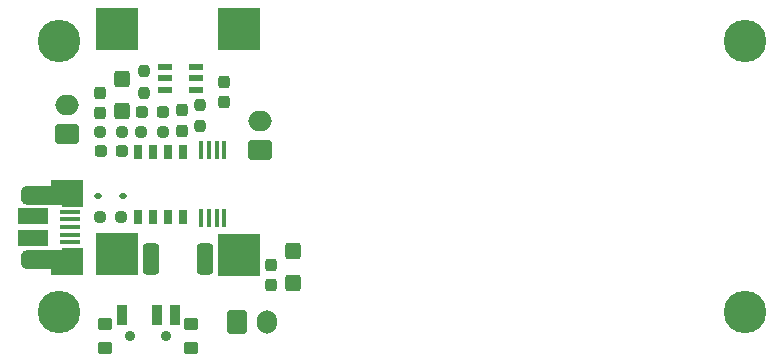
<source format=gbr>
%TF.GenerationSoftware,KiCad,Pcbnew,7.0.6*%
%TF.CreationDate,2023-09-18T21:36:18+08:00*%
%TF.ProjectId,UPS_Lite_Pi_Zero_Form,5550535f-4c69-4746-955f-50695f5a6572,rev?*%
%TF.SameCoordinates,Original*%
%TF.FileFunction,Soldermask,Top*%
%TF.FilePolarity,Negative*%
%FSLAX46Y46*%
G04 Gerber Fmt 4.6, Leading zero omitted, Abs format (unit mm)*
G04 Created by KiCad (PCBNEW 7.0.6) date 2023-09-18 21:36:18*
%MOMM*%
%LPD*%
G01*
G04 APERTURE LIST*
G04 Aperture macros list*
%AMRoundRect*
0 Rectangle with rounded corners*
0 $1 Rounding radius*
0 $2 $3 $4 $5 $6 $7 $8 $9 X,Y pos of 4 corners*
0 Add a 4 corners polygon primitive as box body*
4,1,4,$2,$3,$4,$5,$6,$7,$8,$9,$2,$3,0*
0 Add four circle primitives for the rounded corners*
1,1,$1+$1,$2,$3*
1,1,$1+$1,$4,$5*
1,1,$1+$1,$6,$7*
1,1,$1+$1,$8,$9*
0 Add four rect primitives between the rounded corners*
20,1,$1+$1,$2,$3,$4,$5,0*
20,1,$1+$1,$4,$5,$6,$7,0*
20,1,$1+$1,$6,$7,$8,$9,0*
20,1,$1+$1,$8,$9,$2,$3,0*%
G04 Aperture macros list end*
%ADD10C,0.010000*%
%ADD11RoundRect,0.237500X-0.250000X-0.237500X0.250000X-0.237500X0.250000X0.237500X-0.250000X0.237500X0*%
%ADD12R,0.400000X1.560000*%
%ADD13RoundRect,0.112500X0.187500X0.112500X-0.187500X0.112500X-0.187500X-0.112500X0.187500X-0.112500X0*%
%ADD14RoundRect,0.237500X0.250000X0.237500X-0.250000X0.237500X-0.250000X-0.237500X0.250000X-0.237500X0*%
%ADD15RoundRect,0.237500X0.237500X-0.300000X0.237500X0.300000X-0.237500X0.300000X-0.237500X-0.300000X0*%
%ADD16RoundRect,0.250000X-0.600000X-0.750000X0.600000X-0.750000X0.600000X0.750000X-0.600000X0.750000X0*%
%ADD17O,1.700000X2.000000*%
%ADD18R,1.750000X0.400000*%
%ADD19O,2.400000X1.200000*%
%ADD20R,2.500000X1.425000*%
%ADD21RoundRect,0.237500X-0.237500X0.250000X-0.237500X-0.250000X0.237500X-0.250000X0.237500X0.250000X0*%
%ADD22R,1.200000X0.550000*%
%ADD23RoundRect,0.250000X0.425000X-0.450000X0.425000X0.450000X-0.425000X0.450000X-0.425000X-0.450000X0*%
%ADD24C,3.600000*%
%ADD25RoundRect,0.237500X-0.287500X-0.237500X0.287500X-0.237500X0.287500X0.237500X-0.287500X0.237500X0*%
%ADD26O,2.000000X1.700000*%
%ADD27RoundRect,0.250000X0.750000X-0.600000X0.750000X0.600000X-0.750000X0.600000X-0.750000X-0.600000X0*%
%ADD28RoundRect,0.250000X-0.425000X-1.075000X0.425000X-1.075000X0.425000X1.075000X-0.425000X1.075000X0*%
%ADD29C,0.900000*%
%ADD30RoundRect,0.102000X-0.350000X-0.750000X0.350000X-0.750000X0.350000X0.750000X-0.350000X0.750000X0*%
%ADD31RoundRect,0.102000X-0.500000X-0.400000X0.500000X-0.400000X0.500000X0.400000X-0.500000X0.400000X0*%
%ADD32R,0.700000X1.300000*%
%ADD33R,3.524000X3.524000*%
G04 APERTURE END LIST*
%TO.C,J3*%
D10*
X88845000Y-102590000D02*
X87185000Y-102590000D01*
X87185000Y-100390000D01*
X88845000Y-100390000D01*
X88845000Y-102590000D01*
G36*
X88845000Y-102590000D02*
G01*
X87185000Y-102590000D01*
X87185000Y-100390000D01*
X88845000Y-100390000D01*
X88845000Y-102590000D01*
G37*
X88845000Y-108390000D02*
X87185000Y-108390000D01*
X87185000Y-106190000D01*
X88845000Y-106190000D01*
X88845000Y-108390000D01*
G36*
X88845000Y-108390000D02*
G01*
X87185000Y-108390000D01*
X87185000Y-106190000D01*
X88845000Y-106190000D01*
X88845000Y-108390000D01*
G37*
X87135000Y-102415000D02*
X84185000Y-102415000D01*
X84159000Y-102414000D01*
X84133000Y-102412000D01*
X84107000Y-102409000D01*
X84081000Y-102404000D01*
X84056000Y-102398000D01*
X84030000Y-102391000D01*
X84006000Y-102382000D01*
X83982000Y-102372000D01*
X83958000Y-102361000D01*
X83935000Y-102348000D01*
X83913000Y-102334000D01*
X83891000Y-102320000D01*
X83870000Y-102304000D01*
X83850000Y-102287000D01*
X83831000Y-102269000D01*
X83813000Y-102250000D01*
X83796000Y-102230000D01*
X83780000Y-102209000D01*
X83766000Y-102187000D01*
X83752000Y-102165000D01*
X83739000Y-102142000D01*
X83728000Y-102118000D01*
X83718000Y-102094000D01*
X83709000Y-102070000D01*
X83702000Y-102044000D01*
X83696000Y-102019000D01*
X83691000Y-101993000D01*
X83688000Y-101967000D01*
X83686000Y-101941000D01*
X83685000Y-101915000D01*
X83685000Y-101415000D01*
X83686000Y-101389000D01*
X83688000Y-101363000D01*
X83691000Y-101337000D01*
X83696000Y-101311000D01*
X83702000Y-101286000D01*
X83709000Y-101260000D01*
X83718000Y-101236000D01*
X83728000Y-101212000D01*
X83739000Y-101188000D01*
X83752000Y-101165000D01*
X83766000Y-101143000D01*
X83780000Y-101121000D01*
X83796000Y-101100000D01*
X83813000Y-101080000D01*
X83831000Y-101061000D01*
X83850000Y-101043000D01*
X83870000Y-101026000D01*
X83891000Y-101010000D01*
X83913000Y-100996000D01*
X83935000Y-100982000D01*
X83958000Y-100969000D01*
X83982000Y-100958000D01*
X84006000Y-100948000D01*
X84030000Y-100939000D01*
X84056000Y-100932000D01*
X84081000Y-100926000D01*
X84107000Y-100921000D01*
X84133000Y-100918000D01*
X84159000Y-100916000D01*
X84185000Y-100915000D01*
X86235000Y-100915000D01*
X86235000Y-100390000D01*
X87135000Y-100390000D01*
X87135000Y-102415000D01*
G36*
X87135000Y-102415000D02*
G01*
X84185000Y-102415000D01*
X84159000Y-102414000D01*
X84133000Y-102412000D01*
X84107000Y-102409000D01*
X84081000Y-102404000D01*
X84056000Y-102398000D01*
X84030000Y-102391000D01*
X84006000Y-102382000D01*
X83982000Y-102372000D01*
X83958000Y-102361000D01*
X83935000Y-102348000D01*
X83913000Y-102334000D01*
X83891000Y-102320000D01*
X83870000Y-102304000D01*
X83850000Y-102287000D01*
X83831000Y-102269000D01*
X83813000Y-102250000D01*
X83796000Y-102230000D01*
X83780000Y-102209000D01*
X83766000Y-102187000D01*
X83752000Y-102165000D01*
X83739000Y-102142000D01*
X83728000Y-102118000D01*
X83718000Y-102094000D01*
X83709000Y-102070000D01*
X83702000Y-102044000D01*
X83696000Y-102019000D01*
X83691000Y-101993000D01*
X83688000Y-101967000D01*
X83686000Y-101941000D01*
X83685000Y-101915000D01*
X83685000Y-101415000D01*
X83686000Y-101389000D01*
X83688000Y-101363000D01*
X83691000Y-101337000D01*
X83696000Y-101311000D01*
X83702000Y-101286000D01*
X83709000Y-101260000D01*
X83718000Y-101236000D01*
X83728000Y-101212000D01*
X83739000Y-101188000D01*
X83752000Y-101165000D01*
X83766000Y-101143000D01*
X83780000Y-101121000D01*
X83796000Y-101100000D01*
X83813000Y-101080000D01*
X83831000Y-101061000D01*
X83850000Y-101043000D01*
X83870000Y-101026000D01*
X83891000Y-101010000D01*
X83913000Y-100996000D01*
X83935000Y-100982000D01*
X83958000Y-100969000D01*
X83982000Y-100958000D01*
X84006000Y-100948000D01*
X84030000Y-100939000D01*
X84056000Y-100932000D01*
X84081000Y-100926000D01*
X84107000Y-100921000D01*
X84133000Y-100918000D01*
X84159000Y-100916000D01*
X84185000Y-100915000D01*
X86235000Y-100915000D01*
X86235000Y-100390000D01*
X87135000Y-100390000D01*
X87135000Y-102415000D01*
G37*
X87135000Y-108390000D02*
X86235000Y-108390000D01*
X86235000Y-107865000D01*
X84185000Y-107865000D01*
X84159000Y-107864000D01*
X84133000Y-107862000D01*
X84107000Y-107859000D01*
X84081000Y-107854000D01*
X84056000Y-107848000D01*
X84030000Y-107841000D01*
X84006000Y-107832000D01*
X83982000Y-107822000D01*
X83958000Y-107811000D01*
X83935000Y-107798000D01*
X83913000Y-107784000D01*
X83891000Y-107770000D01*
X83870000Y-107754000D01*
X83850000Y-107737000D01*
X83831000Y-107719000D01*
X83813000Y-107700000D01*
X83796000Y-107680000D01*
X83780000Y-107659000D01*
X83766000Y-107637000D01*
X83752000Y-107615000D01*
X83739000Y-107592000D01*
X83728000Y-107568000D01*
X83718000Y-107544000D01*
X83709000Y-107520000D01*
X83702000Y-107494000D01*
X83696000Y-107469000D01*
X83691000Y-107443000D01*
X83688000Y-107417000D01*
X83686000Y-107391000D01*
X83685000Y-107365000D01*
X83685000Y-106865000D01*
X83686000Y-106839000D01*
X83688000Y-106813000D01*
X83691000Y-106787000D01*
X83696000Y-106761000D01*
X83702000Y-106736000D01*
X83709000Y-106710000D01*
X83718000Y-106686000D01*
X83728000Y-106662000D01*
X83739000Y-106638000D01*
X83752000Y-106615000D01*
X83766000Y-106593000D01*
X83780000Y-106571000D01*
X83796000Y-106550000D01*
X83813000Y-106530000D01*
X83831000Y-106511000D01*
X83850000Y-106493000D01*
X83870000Y-106476000D01*
X83891000Y-106460000D01*
X83913000Y-106446000D01*
X83935000Y-106432000D01*
X83958000Y-106419000D01*
X83982000Y-106408000D01*
X84006000Y-106398000D01*
X84030000Y-106389000D01*
X84056000Y-106382000D01*
X84081000Y-106376000D01*
X84107000Y-106371000D01*
X84133000Y-106368000D01*
X84159000Y-106366000D01*
X84185000Y-106365000D01*
X87135000Y-106365000D01*
X87135000Y-108390000D01*
G36*
X87135000Y-108390000D02*
G01*
X86235000Y-108390000D01*
X86235000Y-107865000D01*
X84185000Y-107865000D01*
X84159000Y-107864000D01*
X84133000Y-107862000D01*
X84107000Y-107859000D01*
X84081000Y-107854000D01*
X84056000Y-107848000D01*
X84030000Y-107841000D01*
X84006000Y-107832000D01*
X83982000Y-107822000D01*
X83958000Y-107811000D01*
X83935000Y-107798000D01*
X83913000Y-107784000D01*
X83891000Y-107770000D01*
X83870000Y-107754000D01*
X83850000Y-107737000D01*
X83831000Y-107719000D01*
X83813000Y-107700000D01*
X83796000Y-107680000D01*
X83780000Y-107659000D01*
X83766000Y-107637000D01*
X83752000Y-107615000D01*
X83739000Y-107592000D01*
X83728000Y-107568000D01*
X83718000Y-107544000D01*
X83709000Y-107520000D01*
X83702000Y-107494000D01*
X83696000Y-107469000D01*
X83691000Y-107443000D01*
X83688000Y-107417000D01*
X83686000Y-107391000D01*
X83685000Y-107365000D01*
X83685000Y-106865000D01*
X83686000Y-106839000D01*
X83688000Y-106813000D01*
X83691000Y-106787000D01*
X83696000Y-106761000D01*
X83702000Y-106736000D01*
X83709000Y-106710000D01*
X83718000Y-106686000D01*
X83728000Y-106662000D01*
X83739000Y-106638000D01*
X83752000Y-106615000D01*
X83766000Y-106593000D01*
X83780000Y-106571000D01*
X83796000Y-106550000D01*
X83813000Y-106530000D01*
X83831000Y-106511000D01*
X83850000Y-106493000D01*
X83870000Y-106476000D01*
X83891000Y-106460000D01*
X83913000Y-106446000D01*
X83935000Y-106432000D01*
X83958000Y-106419000D01*
X83982000Y-106408000D01*
X84006000Y-106398000D01*
X84030000Y-106389000D01*
X84056000Y-106382000D01*
X84081000Y-106376000D01*
X84107000Y-106371000D01*
X84133000Y-106368000D01*
X84159000Y-106366000D01*
X84185000Y-106365000D01*
X87135000Y-106365000D01*
X87135000Y-108390000D01*
G37*
%TD*%
D11*
%TO.C,R3*%
X90345000Y-103570000D03*
X92170000Y-103570000D03*
%TD*%
D12*
%TO.C,Q1*%
X100905000Y-97852500D03*
X100255000Y-97852500D03*
X99605000Y-97852500D03*
X98955000Y-97852500D03*
X98955000Y-103612500D03*
X99605000Y-103612500D03*
X100255000Y-103612500D03*
X100905000Y-103612500D03*
%TD*%
D13*
%TO.C,D3*%
X92310000Y-101770000D03*
X90210000Y-101770000D03*
%TD*%
D14*
%TO.C,R1*%
X92220000Y-96330000D03*
X90395000Y-96330000D03*
%TD*%
%TO.C,R2*%
X95682500Y-96310000D03*
X93857500Y-96310000D03*
%TD*%
D15*
%TO.C,C1*%
X90350000Y-94742500D03*
X90350000Y-93017500D03*
%TD*%
%TO.C,C3*%
X97280000Y-96242500D03*
X97280000Y-94517500D03*
%TD*%
D16*
%TO.C,J4*%
X102000000Y-112400000D03*
D17*
X104500000Y-112400000D03*
%TD*%
D18*
%TO.C,J3*%
X87810000Y-103090000D03*
X87810000Y-103740000D03*
X87810000Y-104390000D03*
X87810000Y-105040000D03*
X87810000Y-105690000D03*
D19*
X84985000Y-101665000D03*
X84985000Y-107115000D03*
D20*
X84735000Y-103427500D03*
X84735000Y-105352500D03*
%TD*%
D21*
%TO.C,R4*%
X94100000Y-91180000D03*
X94100000Y-93005000D03*
%TD*%
D22*
%TO.C,IC2*%
X95860000Y-90850000D03*
X95860000Y-91800000D03*
X95860000Y-92750000D03*
X98460000Y-92750000D03*
X98460000Y-91800000D03*
X98460000Y-90850000D03*
%TD*%
D23*
%TO.C,C6*%
X92200000Y-94567500D03*
X92200000Y-91867500D03*
%TD*%
D15*
%TO.C,C2*%
X100850000Y-93812500D03*
X100850000Y-92087500D03*
%TD*%
D24*
%TO.C,REF\u002A\u002A*%
X86940000Y-88600000D03*
X86940000Y-111600000D03*
X144940000Y-88600000D03*
X144940000Y-111600000D03*
%TD*%
D25*
%TO.C,D1*%
X90447500Y-97920000D03*
X92197500Y-97920000D03*
%TD*%
D21*
%TO.C,R5*%
X98850000Y-94047500D03*
X98850000Y-95872500D03*
%TD*%
D26*
%TO.C,J2*%
X103900000Y-95400000D03*
D27*
X103900000Y-97900000D03*
%TD*%
%TO.C,J1*%
X87560000Y-96540000D03*
D26*
X87560000Y-94040000D03*
%TD*%
D28*
%TO.C,F1*%
X94720000Y-107120000D03*
X99220000Y-107120000D03*
%TD*%
D25*
%TO.C,D2*%
X93937500Y-94670000D03*
X95687500Y-94670000D03*
%TD*%
D29*
%TO.C,S1*%
X92940000Y-113620000D03*
X95940000Y-113620000D03*
D30*
X92190000Y-111870000D03*
X95190000Y-111870000D03*
X96690000Y-111870000D03*
D31*
X90790000Y-112570000D03*
X90790000Y-114670000D03*
X98090000Y-114670000D03*
X98090000Y-112570000D03*
%TD*%
D15*
%TO.C,C5*%
X104820000Y-109332500D03*
X104820000Y-107607500D03*
%TD*%
D23*
%TO.C,C4*%
X106670000Y-109147500D03*
X106670000Y-106447500D03*
%TD*%
D32*
%TO.C,IC1*%
X93555000Y-103520000D03*
X94825000Y-103520000D03*
X96095000Y-103520000D03*
X97365000Y-103520000D03*
X97365000Y-98020000D03*
X96095000Y-98020000D03*
X94825000Y-98020000D03*
X93555000Y-98020000D03*
%TD*%
D33*
%TO.C,U\u002A1*%
X91780000Y-87660000D03*
X102180000Y-87660000D03*
X91780000Y-106660000D03*
X102180000Y-106760000D03*
%TD*%
M02*

</source>
